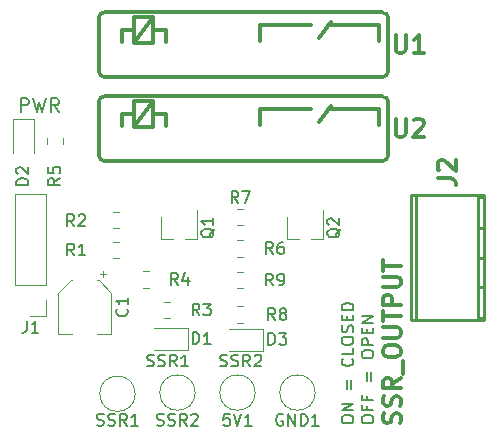
<source format=gbr>
G04 #@! TF.GenerationSoftware,KiCad,Pcbnew,5.0.0-fee4fd1~66~ubuntu18.04.1*
G04 #@! TF.CreationDate,2018-10-10T23:42:05+08:00*
G04 #@! TF.ProjectId,Solid State Relay Kit,536F6C69642053746174652052656C61,rev?*
G04 #@! TF.SameCoordinates,Original*
G04 #@! TF.FileFunction,Legend,Top*
G04 #@! TF.FilePolarity,Positive*
%FSLAX46Y46*%
G04 Gerber Fmt 4.6, Leading zero omitted, Abs format (unit mm)*
G04 Created by KiCad (PCBNEW 5.0.0-fee4fd1~66~ubuntu18.04.1) date Wed Oct 10 23:42:05 2018*
%MOMM*%
%LPD*%
G01*
G04 APERTURE LIST*
%ADD10C,0.200000*%
%ADD11C,0.120000*%
%ADD12C,0.254000*%
%ADD13C,0.304800*%
%ADD14C,0.150000*%
G04 APERTURE END LIST*
D10*
X58343180Y-53162428D02*
X58343180Y-52971952D01*
X58390800Y-52876714D01*
X58486038Y-52781476D01*
X58676514Y-52733857D01*
X59009847Y-52733857D01*
X59200323Y-52781476D01*
X59295561Y-52876714D01*
X59343180Y-52971952D01*
X59343180Y-53162428D01*
X59295561Y-53257666D01*
X59200323Y-53352904D01*
X59009847Y-53400523D01*
X58676514Y-53400523D01*
X58486038Y-53352904D01*
X58390800Y-53257666D01*
X58343180Y-53162428D01*
X59343180Y-52305285D02*
X58343180Y-52305285D01*
X59343180Y-51733857D01*
X58343180Y-51733857D01*
X58819371Y-50495761D02*
X58819371Y-49733857D01*
X59105085Y-49733857D02*
X59105085Y-50495761D01*
X59247942Y-47924333D02*
X59295561Y-47971952D01*
X59343180Y-48114809D01*
X59343180Y-48210047D01*
X59295561Y-48352904D01*
X59200323Y-48448142D01*
X59105085Y-48495761D01*
X58914609Y-48543380D01*
X58771752Y-48543380D01*
X58581276Y-48495761D01*
X58486038Y-48448142D01*
X58390800Y-48352904D01*
X58343180Y-48210047D01*
X58343180Y-48114809D01*
X58390800Y-47971952D01*
X58438419Y-47924333D01*
X59343180Y-47019571D02*
X59343180Y-47495761D01*
X58343180Y-47495761D01*
X58343180Y-46495761D02*
X58343180Y-46305285D01*
X58390800Y-46210047D01*
X58486038Y-46114809D01*
X58676514Y-46067190D01*
X59009847Y-46067190D01*
X59200323Y-46114809D01*
X59295561Y-46210047D01*
X59343180Y-46305285D01*
X59343180Y-46495761D01*
X59295561Y-46591000D01*
X59200323Y-46686238D01*
X59009847Y-46733857D01*
X58676514Y-46733857D01*
X58486038Y-46686238D01*
X58390800Y-46591000D01*
X58343180Y-46495761D01*
X59295561Y-45686238D02*
X59343180Y-45543380D01*
X59343180Y-45305285D01*
X59295561Y-45210047D01*
X59247942Y-45162428D01*
X59152704Y-45114809D01*
X59057466Y-45114809D01*
X58962228Y-45162428D01*
X58914609Y-45210047D01*
X58866990Y-45305285D01*
X58819371Y-45495761D01*
X58771752Y-45591000D01*
X58724133Y-45638619D01*
X58628895Y-45686238D01*
X58533657Y-45686238D01*
X58438419Y-45638619D01*
X58390800Y-45591000D01*
X58343180Y-45495761D01*
X58343180Y-45257666D01*
X58390800Y-45114809D01*
X58819371Y-44686238D02*
X58819371Y-44352904D01*
X59343180Y-44210047D02*
X59343180Y-44686238D01*
X58343180Y-44686238D01*
X58343180Y-44210047D01*
X59343180Y-43781476D02*
X58343180Y-43781476D01*
X58343180Y-43543380D01*
X58390800Y-43400523D01*
X58486038Y-43305285D01*
X58581276Y-43257666D01*
X58771752Y-43210047D01*
X58914609Y-43210047D01*
X59105085Y-43257666D01*
X59200323Y-43305285D01*
X59295561Y-43400523D01*
X59343180Y-43543380D01*
X59343180Y-43781476D01*
X60043180Y-53162428D02*
X60043180Y-52971952D01*
X60090800Y-52876714D01*
X60186038Y-52781476D01*
X60376514Y-52733857D01*
X60709847Y-52733857D01*
X60900323Y-52781476D01*
X60995561Y-52876714D01*
X61043180Y-52971952D01*
X61043180Y-53162428D01*
X60995561Y-53257666D01*
X60900323Y-53352904D01*
X60709847Y-53400523D01*
X60376514Y-53400523D01*
X60186038Y-53352904D01*
X60090800Y-53257666D01*
X60043180Y-53162428D01*
X60519371Y-51971952D02*
X60519371Y-52305285D01*
X61043180Y-52305285D02*
X60043180Y-52305285D01*
X60043180Y-51829095D01*
X60519371Y-51114809D02*
X60519371Y-51448142D01*
X61043180Y-51448142D02*
X60043180Y-51448142D01*
X60043180Y-50971952D01*
X60519371Y-49829095D02*
X60519371Y-49067190D01*
X60805085Y-49067190D02*
X60805085Y-49829095D01*
X60043180Y-47638619D02*
X60043180Y-47448142D01*
X60090800Y-47352904D01*
X60186038Y-47257666D01*
X60376514Y-47210047D01*
X60709847Y-47210047D01*
X60900323Y-47257666D01*
X60995561Y-47352904D01*
X61043180Y-47448142D01*
X61043180Y-47638619D01*
X60995561Y-47733857D01*
X60900323Y-47829095D01*
X60709847Y-47876714D01*
X60376514Y-47876714D01*
X60186038Y-47829095D01*
X60090800Y-47733857D01*
X60043180Y-47638619D01*
X61043180Y-46781476D02*
X60043180Y-46781476D01*
X60043180Y-46400523D01*
X60090800Y-46305285D01*
X60138419Y-46257666D01*
X60233657Y-46210047D01*
X60376514Y-46210047D01*
X60471752Y-46257666D01*
X60519371Y-46305285D01*
X60566990Y-46400523D01*
X60566990Y-46781476D01*
X60519371Y-45781476D02*
X60519371Y-45448142D01*
X61043180Y-45305285D02*
X61043180Y-45781476D01*
X60043180Y-45781476D01*
X60043180Y-45305285D01*
X61043180Y-44876714D02*
X60043180Y-44876714D01*
X61043180Y-44305285D01*
X60043180Y-44305285D01*
X48071304Y-48537761D02*
X48214161Y-48585380D01*
X48452257Y-48585380D01*
X48547495Y-48537761D01*
X48595114Y-48490142D01*
X48642733Y-48394904D01*
X48642733Y-48299666D01*
X48595114Y-48204428D01*
X48547495Y-48156809D01*
X48452257Y-48109190D01*
X48261780Y-48061571D01*
X48166542Y-48013952D01*
X48118923Y-47966333D01*
X48071304Y-47871095D01*
X48071304Y-47775857D01*
X48118923Y-47680619D01*
X48166542Y-47633000D01*
X48261780Y-47585380D01*
X48499876Y-47585380D01*
X48642733Y-47633000D01*
X49023685Y-48537761D02*
X49166542Y-48585380D01*
X49404638Y-48585380D01*
X49499876Y-48537761D01*
X49547495Y-48490142D01*
X49595114Y-48394904D01*
X49595114Y-48299666D01*
X49547495Y-48204428D01*
X49499876Y-48156809D01*
X49404638Y-48109190D01*
X49214161Y-48061571D01*
X49118923Y-48013952D01*
X49071304Y-47966333D01*
X49023685Y-47871095D01*
X49023685Y-47775857D01*
X49071304Y-47680619D01*
X49118923Y-47633000D01*
X49214161Y-47585380D01*
X49452257Y-47585380D01*
X49595114Y-47633000D01*
X50595114Y-48585380D02*
X50261780Y-48109190D01*
X50023685Y-48585380D02*
X50023685Y-47585380D01*
X50404638Y-47585380D01*
X50499876Y-47633000D01*
X50547495Y-47680619D01*
X50595114Y-47775857D01*
X50595114Y-47918714D01*
X50547495Y-48013952D01*
X50499876Y-48061571D01*
X50404638Y-48109190D01*
X50023685Y-48109190D01*
X50976066Y-47680619D02*
X51023685Y-47633000D01*
X51118923Y-47585380D01*
X51357019Y-47585380D01*
X51452257Y-47633000D01*
X51499876Y-47680619D01*
X51547495Y-47775857D01*
X51547495Y-47871095D01*
X51499876Y-48013952D01*
X50928447Y-48585380D01*
X51547495Y-48585380D01*
X41873704Y-48537761D02*
X42016561Y-48585380D01*
X42254657Y-48585380D01*
X42349895Y-48537761D01*
X42397514Y-48490142D01*
X42445133Y-48394904D01*
X42445133Y-48299666D01*
X42397514Y-48204428D01*
X42349895Y-48156809D01*
X42254657Y-48109190D01*
X42064180Y-48061571D01*
X41968942Y-48013952D01*
X41921323Y-47966333D01*
X41873704Y-47871095D01*
X41873704Y-47775857D01*
X41921323Y-47680619D01*
X41968942Y-47633000D01*
X42064180Y-47585380D01*
X42302276Y-47585380D01*
X42445133Y-47633000D01*
X42826085Y-48537761D02*
X42968942Y-48585380D01*
X43207038Y-48585380D01*
X43302276Y-48537761D01*
X43349895Y-48490142D01*
X43397514Y-48394904D01*
X43397514Y-48299666D01*
X43349895Y-48204428D01*
X43302276Y-48156809D01*
X43207038Y-48109190D01*
X43016561Y-48061571D01*
X42921323Y-48013952D01*
X42873704Y-47966333D01*
X42826085Y-47871095D01*
X42826085Y-47775857D01*
X42873704Y-47680619D01*
X42921323Y-47633000D01*
X43016561Y-47585380D01*
X43254657Y-47585380D01*
X43397514Y-47633000D01*
X44397514Y-48585380D02*
X44064180Y-48109190D01*
X43826085Y-48585380D02*
X43826085Y-47585380D01*
X44207038Y-47585380D01*
X44302276Y-47633000D01*
X44349895Y-47680619D01*
X44397514Y-47775857D01*
X44397514Y-47918714D01*
X44349895Y-48013952D01*
X44302276Y-48061571D01*
X44207038Y-48109190D01*
X43826085Y-48109190D01*
X45349895Y-48585380D02*
X44778466Y-48585380D01*
X45064180Y-48585380D02*
X45064180Y-47585380D01*
X44968942Y-47728238D01*
X44873704Y-47823476D01*
X44778466Y-47871095D01*
X31166000Y-27060457D02*
X31166000Y-25860457D01*
X31623142Y-25860457D01*
X31737428Y-25917600D01*
X31794571Y-25974742D01*
X31851714Y-26089028D01*
X31851714Y-26260457D01*
X31794571Y-26374742D01*
X31737428Y-26431885D01*
X31623142Y-26489028D01*
X31166000Y-26489028D01*
X32251714Y-25860457D02*
X32537428Y-27060457D01*
X32766000Y-26203314D01*
X32994571Y-27060457D01*
X33280285Y-25860457D01*
X34423142Y-27060457D02*
X34023142Y-26489028D01*
X33737428Y-27060457D02*
X33737428Y-25860457D01*
X34194571Y-25860457D01*
X34308857Y-25917600D01*
X34366000Y-25974742D01*
X34423142Y-26089028D01*
X34423142Y-26260457D01*
X34366000Y-26374742D01*
X34308857Y-26431885D01*
X34194571Y-26489028D01*
X33737428Y-26489028D01*
D11*
G04 #@! TO.C,SSR1*
X40870000Y-50897801D02*
G75*
G03X40870000Y-50897801I-1500000J0D01*
G01*
G04 #@! TO.C,SSR2*
X45950000Y-50800000D02*
G75*
G03X45950000Y-50800000I-1500000J0D01*
G01*
G04 #@! TO.C,5V1*
X51030000Y-50800000D02*
G75*
G03X51030000Y-50800000I-1500000J0D01*
G01*
G04 #@! TO.C,GND1*
X56110000Y-50800000D02*
G75*
G03X56110000Y-50800000I-1500000J0D01*
G01*
G04 #@! TO.C,R2*
X39495252Y-35485000D02*
X38972748Y-35485000D01*
X39495252Y-36905000D02*
X38972748Y-36905000D01*
G04 #@! TO.C,C1*
X34341400Y-45795600D02*
X35541400Y-45795600D01*
X38861400Y-45795600D02*
X37661400Y-45795600D01*
X38861400Y-42340037D02*
X38861400Y-45795600D01*
X34341400Y-42340037D02*
X34341400Y-45795600D01*
X35405837Y-41275600D02*
X35541400Y-41275600D01*
X37796963Y-41275600D02*
X37661400Y-41275600D01*
X37796963Y-41275600D02*
X38861400Y-42340037D01*
X35405837Y-41275600D02*
X34341400Y-42340037D01*
X38161400Y-40535600D02*
X38161400Y-41035600D01*
X38411400Y-40785600D02*
X37911400Y-40785600D01*
D12*
G04 #@! TO.C,J2*
X64211200Y-34069020D02*
X64211200Y-44670980D01*
X64609980Y-44670980D02*
X64609980Y-34069020D01*
X69910960Y-44670980D02*
X69910960Y-34069020D01*
X70408800Y-34069020D02*
X70408800Y-44670980D01*
X69910960Y-36873180D02*
X70408800Y-36873180D01*
X69910960Y-39370000D02*
X70408800Y-39370000D01*
X70408800Y-44467780D02*
X69910960Y-44467780D01*
X69910960Y-34269680D02*
X70408800Y-34269680D01*
X70408800Y-41866820D02*
X69910960Y-41866820D01*
X70408800Y-34071560D02*
X64211200Y-34071560D01*
X64211200Y-44665900D02*
X70408800Y-44665900D01*
D11*
G04 #@! TO.C,J1*
X33334000Y-34012400D02*
X30674000Y-34012400D01*
X33334000Y-41692400D02*
X33334000Y-34012400D01*
X30674000Y-41692400D02*
X30674000Y-34012400D01*
X33334000Y-41692400D02*
X30674000Y-41692400D01*
X33334000Y-42962400D02*
X33334000Y-44292400D01*
X33334000Y-44292400D02*
X32004000Y-44292400D01*
G04 #@! TO.C,D3*
X51690000Y-45445000D02*
X48805000Y-45445000D01*
X51690000Y-47265000D02*
X51690000Y-45445000D01*
X48805000Y-47265000D02*
X51690000Y-47265000D01*
G04 #@! TO.C,Q2*
X54745000Y-37780000D02*
X53695000Y-37780000D01*
X53695000Y-37780000D02*
X53695000Y-35930000D01*
X56745000Y-37780000D02*
X55745000Y-37780000D01*
X56755000Y-37760000D02*
X56755000Y-35330000D01*
G04 #@! TO.C,R9*
X49513748Y-41985000D02*
X50036252Y-41985000D01*
X49513748Y-40565000D02*
X50036252Y-40565000D01*
G04 #@! TO.C,R8*
X50036252Y-43486000D02*
X49513748Y-43486000D01*
X50036252Y-44906000D02*
X49513748Y-44906000D01*
G04 #@! TO.C,R7*
X49513748Y-36651000D02*
X50036252Y-36651000D01*
X49513748Y-35231000D02*
X50036252Y-35231000D01*
G04 #@! TO.C,R6*
X50036252Y-39318000D02*
X49513748Y-39318000D01*
X50036252Y-37898000D02*
X49513748Y-37898000D01*
D13*
G04 #@! TO.C,U2*
X37788000Y-30697620D02*
G75*
G03X38288380Y-31198000I500380J0D01*
G01*
X61787620Y-31198000D02*
G75*
G03X62288000Y-30697620I0J500380D01*
G01*
X39744722Y-28231688D02*
X39744722Y-27231688D01*
X43444722Y-28231688D02*
X43444722Y-27231688D01*
X40744722Y-27231688D02*
X39744722Y-27231688D01*
X42344722Y-27231688D02*
X43444722Y-27231688D01*
X42344722Y-26131688D02*
X40744722Y-28331688D01*
X40744722Y-28331688D02*
X42344722Y-28331688D01*
X42344722Y-28331688D02*
X42344722Y-26131688D01*
X42344722Y-26131688D02*
X40744722Y-26131688D01*
X40744722Y-26131688D02*
X40744722Y-28331688D01*
X51475241Y-28166735D02*
X51475241Y-26766735D01*
X55775241Y-26766735D02*
X51475241Y-26766735D01*
X61475241Y-26766735D02*
X57175241Y-26766735D01*
X56475241Y-27866735D02*
X57475241Y-26566735D01*
X61475241Y-28166735D02*
X61475241Y-26766735D01*
X62288000Y-26198380D02*
X62288000Y-30697620D01*
X37788000Y-26198380D02*
X37788000Y-30697620D01*
X38288380Y-31198000D02*
X61787620Y-31198000D01*
X38288380Y-25698000D02*
X61787620Y-25698000D01*
X38288380Y-25698000D02*
G75*
G03X37788000Y-26198380I0J-500380D01*
G01*
X62288000Y-26198380D02*
G75*
G03X61787620Y-25698000I-500380J0D01*
G01*
G04 #@! TO.C,U1*
X62288000Y-19086380D02*
G75*
G03X61787620Y-18586000I-500380J0D01*
G01*
X38288380Y-18586000D02*
G75*
G03X37788000Y-19086380I0J-500380D01*
G01*
X38288380Y-18586000D02*
X61787620Y-18586000D01*
X38288380Y-24086000D02*
X61787620Y-24086000D01*
X37788000Y-19086380D02*
X37788000Y-23585620D01*
X62288000Y-19086380D02*
X62288000Y-23585620D01*
X61475241Y-21054735D02*
X61475241Y-19654735D01*
X56475241Y-20754735D02*
X57475241Y-19454735D01*
X61475241Y-19654735D02*
X57175241Y-19654735D01*
X55775241Y-19654735D02*
X51475241Y-19654735D01*
X51475241Y-21054735D02*
X51475241Y-19654735D01*
X40744722Y-19019688D02*
X40744722Y-21219688D01*
X42344722Y-19019688D02*
X40744722Y-19019688D01*
X42344722Y-21219688D02*
X42344722Y-19019688D01*
X40744722Y-21219688D02*
X42344722Y-21219688D01*
X42344722Y-19019688D02*
X40744722Y-21219688D01*
X42344722Y-20119688D02*
X43444722Y-20119688D01*
X40744722Y-20119688D02*
X39744722Y-20119688D01*
X43444722Y-21119688D02*
X43444722Y-20119688D01*
X39744722Y-21119688D02*
X39744722Y-20119688D01*
X61787620Y-24086000D02*
G75*
G03X62288000Y-23585620I0J500380D01*
G01*
X37788000Y-23585620D02*
G75*
G03X38288380Y-24086000I500380J0D01*
G01*
D11*
G04 #@! TO.C,Q1*
X46087000Y-37760000D02*
X46087000Y-35330000D01*
X46077000Y-37780000D02*
X45077000Y-37780000D01*
X43027000Y-37780000D02*
X43027000Y-35930000D01*
X44077000Y-37780000D02*
X43027000Y-37780000D01*
G04 #@! TO.C,D1*
X45372500Y-45368800D02*
X42487500Y-45368800D01*
X45372500Y-47188800D02*
X45372500Y-45368800D01*
X42487500Y-47188800D02*
X45372500Y-47188800D01*
G04 #@! TO.C,D2*
X30487920Y-27609544D02*
X30487920Y-30494544D01*
X32307920Y-27609544D02*
X30487920Y-27609544D01*
X32307920Y-30494544D02*
X32307920Y-27609544D01*
G04 #@! TO.C,R1*
X39495252Y-38025000D02*
X38972748Y-38025000D01*
X39495252Y-39445000D02*
X38972748Y-39445000D01*
G04 #@! TO.C,R3*
X43822252Y-43105000D02*
X43299748Y-43105000D01*
X43822252Y-44525000D02*
X43299748Y-44525000D01*
G04 #@! TO.C,R4*
X41538148Y-41908800D02*
X42060652Y-41908800D01*
X41538148Y-40488800D02*
X42060652Y-40488800D01*
G04 #@! TO.C,R5*
X33380320Y-29233292D02*
X33380320Y-29755796D01*
X34800320Y-29233292D02*
X34800320Y-29755796D01*
G04 #@! TO.C,SSR1*
D14*
X37631904Y-53554261D02*
X37774761Y-53601880D01*
X38012857Y-53601880D01*
X38108095Y-53554261D01*
X38155714Y-53506642D01*
X38203333Y-53411404D01*
X38203333Y-53316166D01*
X38155714Y-53220928D01*
X38108095Y-53173309D01*
X38012857Y-53125690D01*
X37822380Y-53078071D01*
X37727142Y-53030452D01*
X37679523Y-52982833D01*
X37631904Y-52887595D01*
X37631904Y-52792357D01*
X37679523Y-52697119D01*
X37727142Y-52649500D01*
X37822380Y-52601880D01*
X38060476Y-52601880D01*
X38203333Y-52649500D01*
X38584285Y-53554261D02*
X38727142Y-53601880D01*
X38965238Y-53601880D01*
X39060476Y-53554261D01*
X39108095Y-53506642D01*
X39155714Y-53411404D01*
X39155714Y-53316166D01*
X39108095Y-53220928D01*
X39060476Y-53173309D01*
X38965238Y-53125690D01*
X38774761Y-53078071D01*
X38679523Y-53030452D01*
X38631904Y-52982833D01*
X38584285Y-52887595D01*
X38584285Y-52792357D01*
X38631904Y-52697119D01*
X38679523Y-52649500D01*
X38774761Y-52601880D01*
X39012857Y-52601880D01*
X39155714Y-52649500D01*
X40155714Y-53601880D02*
X39822380Y-53125690D01*
X39584285Y-53601880D02*
X39584285Y-52601880D01*
X39965238Y-52601880D01*
X40060476Y-52649500D01*
X40108095Y-52697119D01*
X40155714Y-52792357D01*
X40155714Y-52935214D01*
X40108095Y-53030452D01*
X40060476Y-53078071D01*
X39965238Y-53125690D01*
X39584285Y-53125690D01*
X41108095Y-53601880D02*
X40536666Y-53601880D01*
X40822380Y-53601880D02*
X40822380Y-52601880D01*
X40727142Y-52744738D01*
X40631904Y-52839976D01*
X40536666Y-52887595D01*
G04 #@! TO.C,SSR2*
X42711904Y-53554261D02*
X42854761Y-53601880D01*
X43092857Y-53601880D01*
X43188095Y-53554261D01*
X43235714Y-53506642D01*
X43283333Y-53411404D01*
X43283333Y-53316166D01*
X43235714Y-53220928D01*
X43188095Y-53173309D01*
X43092857Y-53125690D01*
X42902380Y-53078071D01*
X42807142Y-53030452D01*
X42759523Y-52982833D01*
X42711904Y-52887595D01*
X42711904Y-52792357D01*
X42759523Y-52697119D01*
X42807142Y-52649500D01*
X42902380Y-52601880D01*
X43140476Y-52601880D01*
X43283333Y-52649500D01*
X43664285Y-53554261D02*
X43807142Y-53601880D01*
X44045238Y-53601880D01*
X44140476Y-53554261D01*
X44188095Y-53506642D01*
X44235714Y-53411404D01*
X44235714Y-53316166D01*
X44188095Y-53220928D01*
X44140476Y-53173309D01*
X44045238Y-53125690D01*
X43854761Y-53078071D01*
X43759523Y-53030452D01*
X43711904Y-52982833D01*
X43664285Y-52887595D01*
X43664285Y-52792357D01*
X43711904Y-52697119D01*
X43759523Y-52649500D01*
X43854761Y-52601880D01*
X44092857Y-52601880D01*
X44235714Y-52649500D01*
X45235714Y-53601880D02*
X44902380Y-53125690D01*
X44664285Y-53601880D02*
X44664285Y-52601880D01*
X45045238Y-52601880D01*
X45140476Y-52649500D01*
X45188095Y-52697119D01*
X45235714Y-52792357D01*
X45235714Y-52935214D01*
X45188095Y-53030452D01*
X45140476Y-53078071D01*
X45045238Y-53125690D01*
X44664285Y-53125690D01*
X45616666Y-52697119D02*
X45664285Y-52649500D01*
X45759523Y-52601880D01*
X45997619Y-52601880D01*
X46092857Y-52649500D01*
X46140476Y-52697119D01*
X46188095Y-52792357D01*
X46188095Y-52887595D01*
X46140476Y-53030452D01*
X45569047Y-53601880D01*
X46188095Y-53601880D01*
G04 #@! TO.C,5V1*
X48863333Y-52601880D02*
X48387142Y-52601880D01*
X48339523Y-53078071D01*
X48387142Y-53030452D01*
X48482380Y-52982833D01*
X48720476Y-52982833D01*
X48815714Y-53030452D01*
X48863333Y-53078071D01*
X48910952Y-53173309D01*
X48910952Y-53411404D01*
X48863333Y-53506642D01*
X48815714Y-53554261D01*
X48720476Y-53601880D01*
X48482380Y-53601880D01*
X48387142Y-53554261D01*
X48339523Y-53506642D01*
X49196666Y-52601880D02*
X49530000Y-53601880D01*
X49863333Y-52601880D01*
X50720476Y-53601880D02*
X50149047Y-53601880D01*
X50434761Y-53601880D02*
X50434761Y-52601880D01*
X50339523Y-52744738D01*
X50244285Y-52839976D01*
X50149047Y-52887595D01*
G04 #@! TO.C,GND1*
X53371904Y-52649500D02*
X53276666Y-52601880D01*
X53133809Y-52601880D01*
X52990952Y-52649500D01*
X52895714Y-52744738D01*
X52848095Y-52839976D01*
X52800476Y-53030452D01*
X52800476Y-53173309D01*
X52848095Y-53363785D01*
X52895714Y-53459023D01*
X52990952Y-53554261D01*
X53133809Y-53601880D01*
X53229047Y-53601880D01*
X53371904Y-53554261D01*
X53419523Y-53506642D01*
X53419523Y-53173309D01*
X53229047Y-53173309D01*
X53848095Y-53601880D02*
X53848095Y-52601880D01*
X54419523Y-53601880D01*
X54419523Y-52601880D01*
X54895714Y-53601880D02*
X54895714Y-52601880D01*
X55133809Y-52601880D01*
X55276666Y-52649500D01*
X55371904Y-52744738D01*
X55419523Y-52839976D01*
X55467142Y-53030452D01*
X55467142Y-53173309D01*
X55419523Y-53363785D01*
X55371904Y-53459023D01*
X55276666Y-53554261D01*
X55133809Y-53601880D01*
X54895714Y-53601880D01*
X56419523Y-53601880D02*
X55848095Y-53601880D01*
X56133809Y-53601880D02*
X56133809Y-52601880D01*
X56038571Y-52744738D01*
X55943333Y-52839976D01*
X55848095Y-52887595D01*
G04 #@! TO.C,R2*
X35710833Y-36710880D02*
X35377500Y-36234690D01*
X35139404Y-36710880D02*
X35139404Y-35710880D01*
X35520357Y-35710880D01*
X35615595Y-35758500D01*
X35663214Y-35806119D01*
X35710833Y-35901357D01*
X35710833Y-36044214D01*
X35663214Y-36139452D01*
X35615595Y-36187071D01*
X35520357Y-36234690D01*
X35139404Y-36234690D01*
X36091785Y-35806119D02*
X36139404Y-35758500D01*
X36234642Y-35710880D01*
X36472738Y-35710880D01*
X36567976Y-35758500D01*
X36615595Y-35806119D01*
X36663214Y-35901357D01*
X36663214Y-35996595D01*
X36615595Y-36139452D01*
X36044166Y-36710880D01*
X36663214Y-36710880D01*
G04 #@! TO.C,C1*
X40158542Y-43702266D02*
X40206161Y-43749885D01*
X40253780Y-43892742D01*
X40253780Y-43987980D01*
X40206161Y-44130838D01*
X40110923Y-44226076D01*
X40015685Y-44273695D01*
X39825209Y-44321314D01*
X39682352Y-44321314D01*
X39491876Y-44273695D01*
X39396638Y-44226076D01*
X39301400Y-44130838D01*
X39253780Y-43987980D01*
X39253780Y-43892742D01*
X39301400Y-43749885D01*
X39349019Y-43702266D01*
X40253780Y-42749885D02*
X40253780Y-43321314D01*
X40253780Y-43035600D02*
X39253780Y-43035600D01*
X39396638Y-43130838D01*
X39491876Y-43226076D01*
X39539495Y-43321314D01*
G04 #@! TO.C,J2*
D13*
X66475428Y-32639000D02*
X67564000Y-32639000D01*
X67781714Y-32711571D01*
X67926857Y-32856714D01*
X67999428Y-33074428D01*
X67999428Y-33219571D01*
X66620571Y-31985857D02*
X66548000Y-31913285D01*
X66475428Y-31768142D01*
X66475428Y-31405285D01*
X66548000Y-31260142D01*
X66620571Y-31187571D01*
X66765714Y-31115000D01*
X66910857Y-31115000D01*
X67128571Y-31187571D01*
X67999428Y-32058428D01*
X67999428Y-31115000D01*
X63291357Y-53392614D02*
X63363928Y-53174900D01*
X63363928Y-52812042D01*
X63291357Y-52666900D01*
X63218785Y-52594328D01*
X63073642Y-52521757D01*
X62928500Y-52521757D01*
X62783357Y-52594328D01*
X62710785Y-52666900D01*
X62638214Y-52812042D01*
X62565642Y-53102328D01*
X62493071Y-53247471D01*
X62420500Y-53320042D01*
X62275357Y-53392614D01*
X62130214Y-53392614D01*
X61985071Y-53320042D01*
X61912500Y-53247471D01*
X61839928Y-53102328D01*
X61839928Y-52739471D01*
X61912500Y-52521757D01*
X63291357Y-51941185D02*
X63363928Y-51723471D01*
X63363928Y-51360614D01*
X63291357Y-51215471D01*
X63218785Y-51142900D01*
X63073642Y-51070328D01*
X62928500Y-51070328D01*
X62783357Y-51142900D01*
X62710785Y-51215471D01*
X62638214Y-51360614D01*
X62565642Y-51650900D01*
X62493071Y-51796042D01*
X62420500Y-51868614D01*
X62275357Y-51941185D01*
X62130214Y-51941185D01*
X61985071Y-51868614D01*
X61912500Y-51796042D01*
X61839928Y-51650900D01*
X61839928Y-51288042D01*
X61912500Y-51070328D01*
X63363928Y-49546328D02*
X62638214Y-50054328D01*
X63363928Y-50417185D02*
X61839928Y-50417185D01*
X61839928Y-49836614D01*
X61912500Y-49691471D01*
X61985071Y-49618900D01*
X62130214Y-49546328D01*
X62347928Y-49546328D01*
X62493071Y-49618900D01*
X62565642Y-49691471D01*
X62638214Y-49836614D01*
X62638214Y-50417185D01*
X63509071Y-49256042D02*
X63509071Y-48094900D01*
X61839928Y-47441757D02*
X61839928Y-47151471D01*
X61912500Y-47006328D01*
X62057642Y-46861185D01*
X62347928Y-46788614D01*
X62855928Y-46788614D01*
X63146214Y-46861185D01*
X63291357Y-47006328D01*
X63363928Y-47151471D01*
X63363928Y-47441757D01*
X63291357Y-47586900D01*
X63146214Y-47732042D01*
X62855928Y-47804614D01*
X62347928Y-47804614D01*
X62057642Y-47732042D01*
X61912500Y-47586900D01*
X61839928Y-47441757D01*
X61839928Y-46135471D02*
X63073642Y-46135471D01*
X63218785Y-46062900D01*
X63291357Y-45990328D01*
X63363928Y-45845185D01*
X63363928Y-45554900D01*
X63291357Y-45409757D01*
X63218785Y-45337185D01*
X63073642Y-45264614D01*
X61839928Y-45264614D01*
X61839928Y-44756614D02*
X61839928Y-43885757D01*
X63363928Y-44321185D02*
X61839928Y-44321185D01*
X63363928Y-43377757D02*
X61839928Y-43377757D01*
X61839928Y-42797185D01*
X61912500Y-42652042D01*
X61985071Y-42579471D01*
X62130214Y-42506900D01*
X62347928Y-42506900D01*
X62493071Y-42579471D01*
X62565642Y-42652042D01*
X62638214Y-42797185D01*
X62638214Y-43377757D01*
X61839928Y-41853757D02*
X63073642Y-41853757D01*
X63218785Y-41781185D01*
X63291357Y-41708614D01*
X63363928Y-41563471D01*
X63363928Y-41273185D01*
X63291357Y-41128042D01*
X63218785Y-41055471D01*
X63073642Y-40982900D01*
X61839928Y-40982900D01*
X61839928Y-40474900D02*
X61839928Y-39604042D01*
X63363928Y-40039471D02*
X61839928Y-40039471D01*
G04 #@! TO.C,J1*
D14*
X31670666Y-44744780D02*
X31670666Y-45459066D01*
X31623047Y-45601923D01*
X31527809Y-45697161D01*
X31384952Y-45744780D01*
X31289714Y-45744780D01*
X32670666Y-45744780D02*
X32099238Y-45744780D01*
X32384952Y-45744780D02*
X32384952Y-44744780D01*
X32289714Y-44887638D01*
X32194476Y-44982876D01*
X32099238Y-45030495D01*
G04 #@! TO.C,D3*
X52157404Y-46743880D02*
X52157404Y-45743880D01*
X52395500Y-45743880D01*
X52538357Y-45791500D01*
X52633595Y-45886738D01*
X52681214Y-45981976D01*
X52728833Y-46172452D01*
X52728833Y-46315309D01*
X52681214Y-46505785D01*
X52633595Y-46601023D01*
X52538357Y-46696261D01*
X52395500Y-46743880D01*
X52157404Y-46743880D01*
X53062166Y-45743880D02*
X53681214Y-45743880D01*
X53347880Y-46124833D01*
X53490738Y-46124833D01*
X53585976Y-46172452D01*
X53633595Y-46220071D01*
X53681214Y-46315309D01*
X53681214Y-46553404D01*
X53633595Y-46648642D01*
X53585976Y-46696261D01*
X53490738Y-46743880D01*
X53205023Y-46743880D01*
X53109785Y-46696261D01*
X53062166Y-46648642D01*
G04 #@! TO.C,Q2*
X58242619Y-36925238D02*
X58195000Y-37020476D01*
X58099761Y-37115714D01*
X57956904Y-37258571D01*
X57909285Y-37353809D01*
X57909285Y-37449047D01*
X58147380Y-37401428D02*
X58099761Y-37496666D01*
X58004523Y-37591904D01*
X57814047Y-37639523D01*
X57480714Y-37639523D01*
X57290238Y-37591904D01*
X57195000Y-37496666D01*
X57147380Y-37401428D01*
X57147380Y-37210952D01*
X57195000Y-37115714D01*
X57290238Y-37020476D01*
X57480714Y-36972857D01*
X57814047Y-36972857D01*
X58004523Y-37020476D01*
X58099761Y-37115714D01*
X58147380Y-37210952D01*
X58147380Y-37401428D01*
X57242619Y-36591904D02*
X57195000Y-36544285D01*
X57147380Y-36449047D01*
X57147380Y-36210952D01*
X57195000Y-36115714D01*
X57242619Y-36068095D01*
X57337857Y-36020476D01*
X57433095Y-36020476D01*
X57575952Y-36068095D01*
X58147380Y-36639523D01*
X58147380Y-36020476D01*
G04 #@! TO.C,R9*
X52538333Y-41727380D02*
X52205000Y-41251190D01*
X51966904Y-41727380D02*
X51966904Y-40727380D01*
X52347857Y-40727380D01*
X52443095Y-40775000D01*
X52490714Y-40822619D01*
X52538333Y-40917857D01*
X52538333Y-41060714D01*
X52490714Y-41155952D01*
X52443095Y-41203571D01*
X52347857Y-41251190D01*
X51966904Y-41251190D01*
X53014523Y-41727380D02*
X53205000Y-41727380D01*
X53300238Y-41679761D01*
X53347857Y-41632142D01*
X53443095Y-41489285D01*
X53490714Y-41298809D01*
X53490714Y-40917857D01*
X53443095Y-40822619D01*
X53395476Y-40775000D01*
X53300238Y-40727380D01*
X53109761Y-40727380D01*
X53014523Y-40775000D01*
X52966904Y-40822619D01*
X52919285Y-40917857D01*
X52919285Y-41155952D01*
X52966904Y-41251190D01*
X53014523Y-41298809D01*
X53109761Y-41346428D01*
X53300238Y-41346428D01*
X53395476Y-41298809D01*
X53443095Y-41251190D01*
X53490714Y-41155952D01*
G04 #@! TO.C,R8*
X52728833Y-44648380D02*
X52395500Y-44172190D01*
X52157404Y-44648380D02*
X52157404Y-43648380D01*
X52538357Y-43648380D01*
X52633595Y-43696000D01*
X52681214Y-43743619D01*
X52728833Y-43838857D01*
X52728833Y-43981714D01*
X52681214Y-44076952D01*
X52633595Y-44124571D01*
X52538357Y-44172190D01*
X52157404Y-44172190D01*
X53300261Y-44076952D02*
X53205023Y-44029333D01*
X53157404Y-43981714D01*
X53109785Y-43886476D01*
X53109785Y-43838857D01*
X53157404Y-43743619D01*
X53205023Y-43696000D01*
X53300261Y-43648380D01*
X53490738Y-43648380D01*
X53585976Y-43696000D01*
X53633595Y-43743619D01*
X53681214Y-43838857D01*
X53681214Y-43886476D01*
X53633595Y-43981714D01*
X53585976Y-44029333D01*
X53490738Y-44076952D01*
X53300261Y-44076952D01*
X53205023Y-44124571D01*
X53157404Y-44172190D01*
X53109785Y-44267428D01*
X53109785Y-44457904D01*
X53157404Y-44553142D01*
X53205023Y-44600761D01*
X53300261Y-44648380D01*
X53490738Y-44648380D01*
X53585976Y-44600761D01*
X53633595Y-44553142D01*
X53681214Y-44457904D01*
X53681214Y-44267428D01*
X53633595Y-44172190D01*
X53585976Y-44124571D01*
X53490738Y-44076952D01*
G04 #@! TO.C,R7*
X49608333Y-34743380D02*
X49275000Y-34267190D01*
X49036904Y-34743380D02*
X49036904Y-33743380D01*
X49417857Y-33743380D01*
X49513095Y-33791000D01*
X49560714Y-33838619D01*
X49608333Y-33933857D01*
X49608333Y-34076714D01*
X49560714Y-34171952D01*
X49513095Y-34219571D01*
X49417857Y-34267190D01*
X49036904Y-34267190D01*
X49941666Y-33743380D02*
X50608333Y-33743380D01*
X50179761Y-34743380D01*
G04 #@! TO.C,R6*
X52538333Y-39060380D02*
X52205000Y-38584190D01*
X51966904Y-39060380D02*
X51966904Y-38060380D01*
X52347857Y-38060380D01*
X52443095Y-38108000D01*
X52490714Y-38155619D01*
X52538333Y-38250857D01*
X52538333Y-38393714D01*
X52490714Y-38488952D01*
X52443095Y-38536571D01*
X52347857Y-38584190D01*
X51966904Y-38584190D01*
X53395476Y-38060380D02*
X53205000Y-38060380D01*
X53109761Y-38108000D01*
X53062142Y-38155619D01*
X52966904Y-38298476D01*
X52919285Y-38488952D01*
X52919285Y-38869904D01*
X52966904Y-38965142D01*
X53014523Y-39012761D01*
X53109761Y-39060380D01*
X53300238Y-39060380D01*
X53395476Y-39012761D01*
X53443095Y-38965142D01*
X53490714Y-38869904D01*
X53490714Y-38631809D01*
X53443095Y-38536571D01*
X53395476Y-38488952D01*
X53300238Y-38441333D01*
X53109761Y-38441333D01*
X53014523Y-38488952D01*
X52966904Y-38536571D01*
X52919285Y-38631809D01*
G04 #@! TO.C,U2*
D13*
X62910357Y-27613428D02*
X62910357Y-28847142D01*
X62982928Y-28992285D01*
X63055500Y-29064857D01*
X63200642Y-29137428D01*
X63490928Y-29137428D01*
X63636071Y-29064857D01*
X63708642Y-28992285D01*
X63781214Y-28847142D01*
X63781214Y-27613428D01*
X64434357Y-27758571D02*
X64506928Y-27686000D01*
X64652071Y-27613428D01*
X65014928Y-27613428D01*
X65160071Y-27686000D01*
X65232642Y-27758571D01*
X65305214Y-27903714D01*
X65305214Y-28048857D01*
X65232642Y-28266571D01*
X64361785Y-29137428D01*
X65305214Y-29137428D01*
G04 #@! TO.C,U1*
X62910357Y-20501428D02*
X62910357Y-21735142D01*
X62982928Y-21880285D01*
X63055500Y-21952857D01*
X63200642Y-22025428D01*
X63490928Y-22025428D01*
X63636071Y-21952857D01*
X63708642Y-21880285D01*
X63781214Y-21735142D01*
X63781214Y-20501428D01*
X65305214Y-22025428D02*
X64434357Y-22025428D01*
X64869785Y-22025428D02*
X64869785Y-20501428D01*
X64724642Y-20719142D01*
X64579500Y-20864285D01*
X64434357Y-20936857D01*
G04 #@! TO.C,Q1*
D14*
X47574619Y-36925238D02*
X47527000Y-37020476D01*
X47431761Y-37115714D01*
X47288904Y-37258571D01*
X47241285Y-37353809D01*
X47241285Y-37449047D01*
X47479380Y-37401428D02*
X47431761Y-37496666D01*
X47336523Y-37591904D01*
X47146047Y-37639523D01*
X46812714Y-37639523D01*
X46622238Y-37591904D01*
X46527000Y-37496666D01*
X46479380Y-37401428D01*
X46479380Y-37210952D01*
X46527000Y-37115714D01*
X46622238Y-37020476D01*
X46812714Y-36972857D01*
X47146047Y-36972857D01*
X47336523Y-37020476D01*
X47431761Y-37115714D01*
X47479380Y-37210952D01*
X47479380Y-37401428D01*
X47479380Y-36020476D02*
X47479380Y-36591904D01*
X47479380Y-36306190D02*
X46479380Y-36306190D01*
X46622238Y-36401428D01*
X46717476Y-36496666D01*
X46765095Y-36591904D01*
G04 #@! TO.C,D1*
X45743904Y-46680380D02*
X45743904Y-45680380D01*
X45982000Y-45680380D01*
X46124857Y-45728000D01*
X46220095Y-45823238D01*
X46267714Y-45918476D01*
X46315333Y-46108952D01*
X46315333Y-46251809D01*
X46267714Y-46442285D01*
X46220095Y-46537523D01*
X46124857Y-46632761D01*
X45982000Y-46680380D01*
X45743904Y-46680380D01*
X47267714Y-46680380D02*
X46696285Y-46680380D01*
X46982000Y-46680380D02*
X46982000Y-45680380D01*
X46886761Y-45823238D01*
X46791523Y-45918476D01*
X46696285Y-45966095D01*
G04 #@! TO.C,D2*
X31821380Y-33224695D02*
X30821380Y-33224695D01*
X30821380Y-32986600D01*
X30869000Y-32843742D01*
X30964238Y-32748504D01*
X31059476Y-32700885D01*
X31249952Y-32653266D01*
X31392809Y-32653266D01*
X31583285Y-32700885D01*
X31678523Y-32748504D01*
X31773761Y-32843742D01*
X31821380Y-32986600D01*
X31821380Y-33224695D01*
X30916619Y-32272314D02*
X30869000Y-32224695D01*
X30821380Y-32129457D01*
X30821380Y-31891361D01*
X30869000Y-31796123D01*
X30916619Y-31748504D01*
X31011857Y-31700885D01*
X31107095Y-31700885D01*
X31249952Y-31748504D01*
X31821380Y-32319933D01*
X31821380Y-31700885D01*
G04 #@! TO.C,R1*
X35710833Y-39187380D02*
X35377500Y-38711190D01*
X35139404Y-39187380D02*
X35139404Y-38187380D01*
X35520357Y-38187380D01*
X35615595Y-38235000D01*
X35663214Y-38282619D01*
X35710833Y-38377857D01*
X35710833Y-38520714D01*
X35663214Y-38615952D01*
X35615595Y-38663571D01*
X35520357Y-38711190D01*
X35139404Y-38711190D01*
X36663214Y-39187380D02*
X36091785Y-39187380D01*
X36377500Y-39187380D02*
X36377500Y-38187380D01*
X36282261Y-38330238D01*
X36187023Y-38425476D01*
X36091785Y-38473095D01*
G04 #@! TO.C,R3*
X46315333Y-44267380D02*
X45982000Y-43791190D01*
X45743904Y-44267380D02*
X45743904Y-43267380D01*
X46124857Y-43267380D01*
X46220095Y-43315000D01*
X46267714Y-43362619D01*
X46315333Y-43457857D01*
X46315333Y-43600714D01*
X46267714Y-43695952D01*
X46220095Y-43743571D01*
X46124857Y-43791190D01*
X45743904Y-43791190D01*
X46648666Y-43267380D02*
X47267714Y-43267380D01*
X46934380Y-43648333D01*
X47077238Y-43648333D01*
X47172476Y-43695952D01*
X47220095Y-43743571D01*
X47267714Y-43838809D01*
X47267714Y-44076904D01*
X47220095Y-44172142D01*
X47172476Y-44219761D01*
X47077238Y-44267380D01*
X46791523Y-44267380D01*
X46696285Y-44219761D01*
X46648666Y-44172142D01*
G04 #@! TO.C,R4*
X44473833Y-41663880D02*
X44140500Y-41187690D01*
X43902404Y-41663880D02*
X43902404Y-40663880D01*
X44283357Y-40663880D01*
X44378595Y-40711500D01*
X44426214Y-40759119D01*
X44473833Y-40854357D01*
X44473833Y-40997214D01*
X44426214Y-41092452D01*
X44378595Y-41140071D01*
X44283357Y-41187690D01*
X43902404Y-41187690D01*
X45330976Y-40997214D02*
X45330976Y-41663880D01*
X45092880Y-40616261D02*
X44854785Y-41330547D01*
X45473833Y-41330547D01*
G04 #@! TO.C,R5*
X34513780Y-32627866D02*
X34037590Y-32961200D01*
X34513780Y-33199295D02*
X33513780Y-33199295D01*
X33513780Y-32818342D01*
X33561400Y-32723104D01*
X33609019Y-32675485D01*
X33704257Y-32627866D01*
X33847114Y-32627866D01*
X33942352Y-32675485D01*
X33989971Y-32723104D01*
X34037590Y-32818342D01*
X34037590Y-33199295D01*
X33513780Y-31723104D02*
X33513780Y-32199295D01*
X33989971Y-32246914D01*
X33942352Y-32199295D01*
X33894733Y-32104057D01*
X33894733Y-31865961D01*
X33942352Y-31770723D01*
X33989971Y-31723104D01*
X34085209Y-31675485D01*
X34323304Y-31675485D01*
X34418542Y-31723104D01*
X34466161Y-31770723D01*
X34513780Y-31865961D01*
X34513780Y-32104057D01*
X34466161Y-32199295D01*
X34418542Y-32246914D01*
G04 #@! TD*
M02*

</source>
